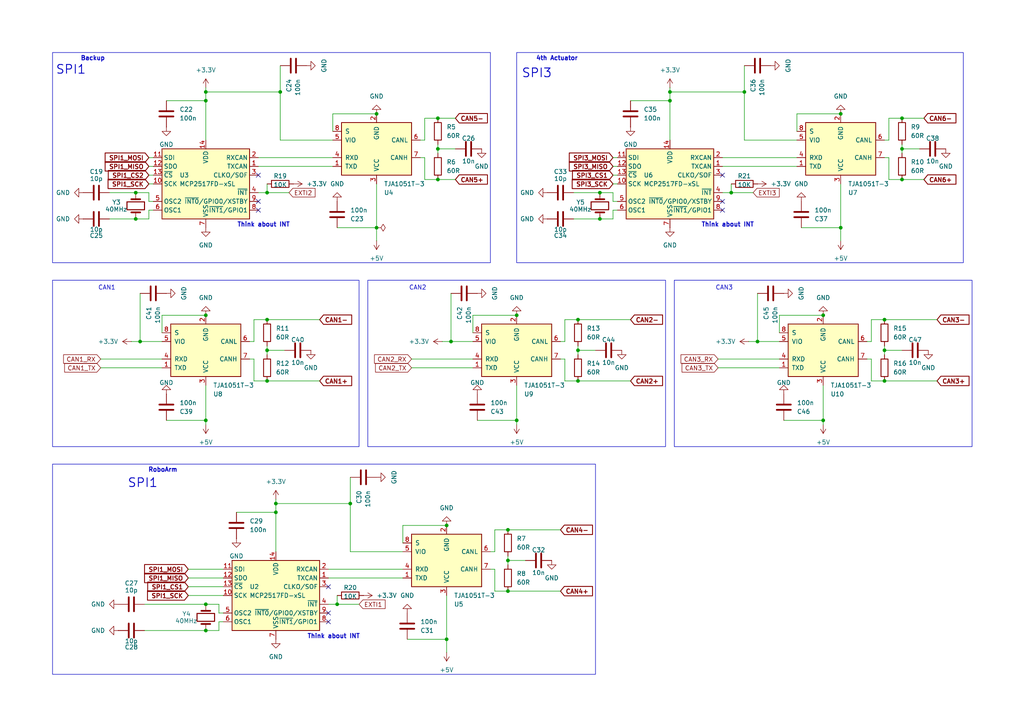
<source format=kicad_sch>
(kicad_sch (version 20250114) (generator "eeschema") (generator_version "9.0")
  (paper "A4")
  (rectangle (start 195.58 81.28) (end 281.94 129.54))
  (rectangle (start 15.24 81.28) (end 104.14 129.54))
  (rectangle (start 15.24 134.62) (end 172.72 195.58))
  (rectangle (start 149.86 15.24) (end 279.4 76.2))
  (rectangle (start 106.68 81.28) (end 193.04 129.54))
  (rectangle (start 15.24 15.24) (end 142.24 76.2))
  (text "SPI1\n" (at 20.574 20.32 0) (effects (font (size 2.54 2.54) (thickness 0.254) (bold yes))))
  (text "Think about INT" (at 76.454 65.278 0) (effects (font (size 1.27 1.27) (thickness 0.254) (bold yes))))
  (text "Think about INT" (at 96.774 184.658 0) (effects (font (size 1.27 1.27) (thickness 0.254) (bold yes))))
  (text "Backup" (at 26.924 17.018 0) (effects (font (size 1.27 1.27) (thickness 0.254) (bold yes))))
  (text "SPI1\n" (at 41.402 140.208 0) (effects (font (size 2.54 2.54) (thickness 0.254) (bold yes))))
  (text "SPI3" (at 155.702 21.336 0) (effects (font (size 2.54 2.54) (thickness 0.254) (bold yes))))
  (text "4th Actuator" (at 161.544 17.018 0) (effects (font (size 1.27 1.27) (thickness 0.254) (bold yes))))
  (text "CAN3" (at 210.058 83.566 0) (effects (font (size 1.27 1.27))))
  (text "Think about INT" (at 211.074 65.278 0) (effects (font (size 1.27 1.27) (thickness 0.254) (bold yes))))
  (text "RoboArm" (at 47.244 136.398 0) (effects (font (size 1.27 1.27) (thickness 0.254) (bold yes))))
  (text "CAN1" (at 30.988 83.566 0) (effects (font (size 1.27 1.27))))
  (text "CAN2" (at 121.158 83.566 0) (effects (font (size 1.27 1.27))))
  (junction (at 130.81 99.06))
  (junction (at 149.86 91.44))
  (junction (at 77.47 55.88))
  (junction (at 80.01 146.05))
  (junction (at 243.84 66.04))
  (junction (at 149.86 121.92))
  (junction (at 261.62 34.29))
  (junction (at 173.99 55.88))
  (junction (at 77.47 110.49))
  (junction (at 127 34.29))
  (junction (at 238.76 121.92))
  (junction (at 167.64 92.71))
  (junction (at 59.69 29.21))
  (junction (at 212.09 55.88))
  (junction (at 147.32 162.56))
  (junction (at 147.32 153.67))
  (junction (at 238.76 91.44))
  (junction (at 173.99 63.5))
  (junction (at 147.32 171.45))
  (junction (at 194.31 29.21))
  (junction (at 59.69 182.88))
  (junction (at 256.54 101.6))
  (junction (at 59.69 175.26))
  (junction (at 256.54 92.71))
  (junction (at 194.31 26.67))
  (junction (at 39.37 55.88))
  (junction (at 167.64 101.6))
  (junction (at 261.62 52.07))
  (junction (at 59.69 121.92))
  (junction (at 109.22 66.04))
  (junction (at 81.28 26.67))
  (junction (at 77.47 92.71))
  (junction (at 243.84 33.02))
  (junction (at 256.54 110.49))
  (junction (at 59.69 91.44))
  (junction (at 77.47 101.6))
  (junction (at 97.79 175.26))
  (junction (at 80.01 148.59))
  (junction (at 127 43.18))
  (junction (at 261.62 43.18))
  (junction (at 129.54 185.42))
  (junction (at 219.71 99.06))
  (junction (at 40.64 99.06))
  (junction (at 101.6 146.05))
  (junction (at 127 52.07))
  (junction (at 167.64 110.49))
  (junction (at 39.37 63.5))
  (junction (at 129.54 152.4))
  (junction (at 109.22 33.02))
  (junction (at 59.69 26.67))
  (junction (at 215.9 26.67))
  (no_connect (at 95.25 180.34))
  (no_connect (at 209.55 60.96))
  (no_connect (at 95.25 170.18))
  (no_connect (at 74.93 50.8))
  (no_connect (at 209.55 50.8))
  (no_connect (at 74.93 58.42))
  (no_connect (at 74.93 60.96))
  (no_connect (at 209.55 58.42))
  (no_connect (at 95.25 177.8))
  (wire (pts (xy 80.01 146.05) (xy 101.6 146.05)))
  (wire (pts (xy 219.71 85.09) (xy 219.71 99.06)))
  (wire (pts (xy 119.38 104.14) (xy 137.16 104.14)))
  (wire (pts (xy 149.86 123.19) (xy 149.86 121.92)))
  (wire (pts (xy 167.64 110.49) (xy 182.88 110.49)))
  (wire (pts (xy 138.43 121.92) (xy 149.86 121.92)))
  (wire (pts (xy 243.84 69.85) (xy 243.84 66.04)))
  (wire (pts (xy 59.69 175.26) (xy 63.5 175.26)))
  (wire (pts (xy 74.93 48.26) (xy 96.52 48.26)))
  (wire (pts (xy 123.19 34.29) (xy 127 34.29)))
  (wire (pts (xy 77.47 101.6) (xy 82.55 101.6)))
  (wire (pts (xy 101.6 160.02) (xy 116.84 160.02)))
  (wire (pts (xy 73.66 99.06) (xy 73.66 92.71)))
  (wire (pts (xy 31.75 63.5) (xy 39.37 63.5)))
  (wire (pts (xy 163.83 104.14) (xy 163.83 110.49)))
  (wire (pts (xy 121.92 45.72) (xy 123.19 45.72)))
  (wire (pts (xy 194.31 26.67) (xy 215.9 26.67)))
  (wire (pts (xy 127 43.18) (xy 132.08 43.18)))
  (wire (pts (xy 101.6 146.05) (xy 101.6 160.02)))
  (wire (pts (xy 59.69 29.21) (xy 59.69 40.64)))
  (wire (pts (xy 137.16 91.44) (xy 149.86 91.44)))
  (wire (pts (xy 147.32 162.56) (xy 147.32 163.83)))
  (wire (pts (xy 252.73 110.49) (xy 256.54 110.49)))
  (wire (pts (xy 226.06 91.44) (xy 238.76 91.44)))
  (wire (pts (xy 59.69 26.67) (xy 59.69 29.21)))
  (wire (pts (xy 109.22 66.04) (xy 109.22 53.34)))
  (wire (pts (xy 80.01 144.78) (xy 80.01 146.05)))
  (wire (pts (xy 116.84 157.48) (xy 116.84 152.4)))
  (wire (pts (xy 257.81 40.64) (xy 257.81 34.29)))
  (wire (pts (xy 54.61 167.64) (xy 64.77 167.64)))
  (wire (pts (xy 39.37 63.5) (xy 43.18 63.5)))
  (wire (pts (xy 48.26 29.21) (xy 59.69 29.21)))
  (wire (pts (xy 48.26 121.92) (xy 59.69 121.92)))
  (wire (pts (xy 163.83 99.06) (xy 163.83 92.71)))
  (wire (pts (xy 95.25 175.26) (xy 97.79 175.26)))
  (wire (pts (xy 166.37 55.88) (xy 173.99 55.88)))
  (wire (pts (xy 72.39 99.06) (xy 73.66 99.06)))
  (wire (pts (xy 68.58 148.59) (xy 80.01 148.59)))
  (wire (pts (xy 256.54 92.71) (xy 271.78 92.71)))
  (wire (pts (xy 41.91 182.88) (xy 59.69 182.88)))
  (wire (pts (xy 116.84 152.4) (xy 129.54 152.4)))
  (wire (pts (xy 209.55 55.88) (xy 212.09 55.88)))
  (wire (pts (xy 173.99 55.88) (xy 177.8 55.88)))
  (wire (pts (xy 129.54 189.23) (xy 129.54 185.42)))
  (wire (pts (xy 96.52 38.1) (xy 96.52 33.02)))
  (wire (pts (xy 59.69 182.88) (xy 63.5 182.88)))
  (wire (pts (xy 167.64 101.6) (xy 167.64 102.87)))
  (wire (pts (xy 95.25 167.64) (xy 116.84 167.64)))
  (wire (pts (xy 59.69 26.67) (xy 81.28 26.67)))
  (wire (pts (xy 127 34.29) (xy 132.08 34.29)))
  (wire (pts (xy 143.51 160.02) (xy 143.51 153.67)))
  (wire (pts (xy 232.41 66.04) (xy 243.84 66.04)))
  (wire (pts (xy 215.9 26.67) (xy 215.9 40.64)))
  (wire (pts (xy 54.61 165.1) (xy 64.77 165.1)))
  (wire (pts (xy 59.69 111.76) (xy 59.69 121.92)))
  (wire (pts (xy 257.81 45.72) (xy 257.81 52.07)))
  (wire (pts (xy 143.51 165.1) (xy 143.51 171.45)))
  (wire (pts (xy 41.91 175.26) (xy 59.69 175.26)))
  (wire (pts (xy 261.62 41.91) (xy 261.62 43.18)))
  (wire (pts (xy 121.92 40.64) (xy 123.19 40.64)))
  (wire (pts (xy 162.56 104.14) (xy 163.83 104.14)))
  (wire (pts (xy 209.55 48.26) (xy 231.14 48.26)))
  (wire (pts (xy 257.81 34.29) (xy 261.62 34.29)))
  (wire (pts (xy 29.21 104.14) (xy 46.99 104.14)))
  (wire (pts (xy 59.69 25.4) (xy 59.69 26.67)))
  (wire (pts (xy 77.47 110.49) (xy 92.71 110.49)))
  (wire (pts (xy 77.47 100.33) (xy 77.47 101.6)))
  (wire (pts (xy 43.18 48.26) (xy 44.45 48.26)))
  (wire (pts (xy 127 52.07) (xy 132.08 52.07)))
  (wire (pts (xy 256.54 100.33) (xy 256.54 101.6)))
  (wire (pts (xy 64.77 180.34) (xy 63.5 180.34)))
  (wire (pts (xy 129.54 185.42) (xy 129.54 172.72)))
  (wire (pts (xy 143.51 153.67) (xy 147.32 153.67)))
  (wire (pts (xy 137.16 96.52) (xy 137.16 91.44)))
  (wire (pts (xy 217.17 99.06) (xy 219.71 99.06)))
  (wire (pts (xy 109.22 69.85) (xy 109.22 66.04)))
  (wire (pts (xy 256.54 101.6) (xy 256.54 102.87)))
  (wire (pts (xy 43.18 53.34) (xy 44.45 53.34)))
  (wire (pts (xy 162.56 99.06) (xy 163.83 99.06)))
  (wire (pts (xy 64.77 177.8) (xy 63.5 177.8)))
  (wire (pts (xy 38.1 99.06) (xy 40.64 99.06)))
  (wire (pts (xy 177.8 48.26) (xy 179.07 48.26)))
  (wire (pts (xy 142.24 160.02) (xy 143.51 160.02)))
  (wire (pts (xy 167.64 101.6) (xy 172.72 101.6)))
  (wire (pts (xy 118.11 185.42) (xy 129.54 185.42)))
  (wire (pts (xy 95.25 165.1) (xy 116.84 165.1)))
  (wire (pts (xy 163.83 110.49) (xy 167.64 110.49)))
  (wire (pts (xy 261.62 43.18) (xy 261.62 44.45)))
  (wire (pts (xy 208.28 104.14) (xy 226.06 104.14)))
  (wire (pts (xy 147.32 161.29) (xy 147.32 162.56)))
  (wire (pts (xy 46.99 91.44) (xy 59.69 91.44)))
  (wire (pts (xy 63.5 177.8) (xy 63.5 175.26)))
  (wire (pts (xy 77.47 101.6) (xy 77.47 102.87)))
  (wire (pts (xy 219.71 99.06) (xy 226.06 99.06)))
  (wire (pts (xy 97.79 172.72) (xy 97.79 175.26)))
  (wire (pts (xy 182.88 29.21) (xy 194.31 29.21)))
  (wire (pts (xy 123.19 52.07) (xy 127 52.07)))
  (wire (pts (xy 119.38 106.68) (xy 137.16 106.68)))
  (wire (pts (xy 40.64 85.09) (xy 40.64 99.06)))
  (wire (pts (xy 252.73 99.06) (xy 252.73 92.71)))
  (wire (pts (xy 256.54 110.49) (xy 271.78 110.49)))
  (wire (pts (xy 231.14 33.02) (xy 243.84 33.02)))
  (wire (pts (xy 238.76 111.76) (xy 238.76 121.92)))
  (wire (pts (xy 80.01 148.59) (xy 80.01 160.02)))
  (wire (pts (xy 179.07 60.96) (xy 177.8 60.96)))
  (wire (pts (xy 128.27 99.06) (xy 130.81 99.06)))
  (wire (pts (xy 40.64 99.06) (xy 46.99 99.06)))
  (wire (pts (xy 73.66 110.49) (xy 77.47 110.49)))
  (wire (pts (xy 173.99 63.5) (xy 177.8 63.5)))
  (wire (pts (xy 227.33 121.92) (xy 238.76 121.92)))
  (wire (pts (xy 208.28 106.68) (xy 226.06 106.68)))
  (wire (pts (xy 63.5 180.34) (xy 63.5 182.88)))
  (wire (pts (xy 194.31 29.21) (xy 194.31 40.64)))
  (wire (pts (xy 97.79 175.26) (xy 104.14 175.26)))
  (wire (pts (xy 243.84 66.04) (xy 243.84 53.34)))
  (wire (pts (xy 212.09 55.88) (xy 218.44 55.88)))
  (wire (pts (xy 77.47 55.88) (xy 83.82 55.88)))
  (wire (pts (xy 81.28 40.64) (xy 96.52 40.64)))
  (wire (pts (xy 163.83 92.71) (xy 167.64 92.71)))
  (wire (pts (xy 194.31 25.4) (xy 194.31 26.67)))
  (wire (pts (xy 43.18 45.72) (xy 44.45 45.72)))
  (wire (pts (xy 73.66 92.71) (xy 77.47 92.71)))
  (wire (pts (xy 149.86 111.76) (xy 149.86 121.92)))
  (wire (pts (xy 123.19 45.72) (xy 123.19 52.07)))
  (wire (pts (xy 97.79 66.04) (xy 109.22 66.04)))
  (wire (pts (xy 127 41.91) (xy 127 43.18)))
  (wire (pts (xy 166.37 63.5) (xy 173.99 63.5)))
  (wire (pts (xy 59.69 123.19) (xy 59.69 121.92)))
  (wire (pts (xy 177.8 50.8) (xy 179.07 50.8)))
  (wire (pts (xy 256.54 45.72) (xy 257.81 45.72)))
  (wire (pts (xy 123.19 40.64) (xy 123.19 34.29)))
  (wire (pts (xy 29.21 106.68) (xy 46.99 106.68)))
  (wire (pts (xy 226.06 96.52) (xy 226.06 91.44)))
  (wire (pts (xy 147.32 153.67) (xy 162.56 153.67)))
  (wire (pts (xy 167.64 100.33) (xy 167.64 101.6)))
  (wire (pts (xy 252.73 104.14) (xy 252.73 110.49)))
  (wire (pts (xy 179.07 58.42) (xy 177.8 58.42)))
  (wire (pts (xy 215.9 19.05) (xy 215.9 26.67)))
  (wire (pts (xy 177.8 53.34) (xy 179.07 53.34)))
  (wire (pts (xy 77.47 53.34) (xy 77.47 55.88)))
  (wire (pts (xy 39.37 55.88) (xy 43.18 55.88)))
  (wire (pts (xy 74.93 45.72) (xy 96.52 45.72)))
  (wire (pts (xy 96.52 33.02) (xy 109.22 33.02)))
  (wire (pts (xy 194.31 26.67) (xy 194.31 29.21)))
  (wire (pts (xy 177.8 45.72) (xy 179.07 45.72)))
  (wire (pts (xy 72.39 104.14) (xy 73.66 104.14)))
  (wire (pts (xy 215.9 40.64) (xy 231.14 40.64)))
  (wire (pts (xy 177.8 58.42) (xy 177.8 55.88)))
  (wire (pts (xy 54.61 170.18) (xy 64.77 170.18)))
  (wire (pts (xy 209.55 45.72) (xy 231.14 45.72)))
  (wire (pts (xy 147.32 171.45) (xy 162.56 171.45)))
  (wire (pts (xy 73.66 104.14) (xy 73.66 110.49)))
  (wire (pts (xy 77.47 92.71) (xy 92.71 92.71)))
  (wire (pts (xy 74.93 55.88) (xy 77.47 55.88)))
  (wire (pts (xy 44.45 60.96) (xy 43.18 60.96)))
  (wire (pts (xy 43.18 60.96) (xy 43.18 63.5)))
  (wire (pts (xy 44.45 58.42) (xy 43.18 58.42)))
  (wire (pts (xy 261.62 52.07) (xy 267.97 52.07)))
  (wire (pts (xy 261.62 34.29) (xy 267.97 34.29)))
  (wire (pts (xy 231.14 38.1) (xy 231.14 33.02)))
  (wire (pts (xy 256.54 101.6) (xy 261.62 101.6)))
  (wire (pts (xy 101.6 138.43) (xy 101.6 146.05)))
  (wire (pts (xy 252.73 92.71) (xy 256.54 92.71)))
  (wire (pts (xy 81.28 19.05) (xy 81.28 26.67)))
  (wire (pts (xy 238.76 123.19) (xy 238.76 121.92)))
  (wire (pts (xy 130.81 85.09) (xy 130.81 99.06)))
  (wire (pts (xy 81.28 26.67) (xy 81.28 40.64)))
  (wire (pts (xy 261.62 43.18) (xy 266.7 43.18)))
  (wire (pts (xy 257.81 52.07) (xy 261.62 52.07)))
  (wire (pts (xy 212.09 53.34) (xy 212.09 55.88)))
  (wire (pts (xy 127 43.18) (xy 127 44.45)))
  (wire (pts (xy 147.32 162.56) (xy 152.4 162.56)))
  (wire (pts (xy 54.61 172.72) (xy 64.77 172.72)))
  (wire (pts (xy 177.8 60.96) (xy 177.8 63.5)))
  (wire (pts (xy 251.46 104.14) (xy 252.73 104.14)))
  (wire (pts (xy 130.81 99.06) (xy 137.16 99.06)))
  (wire (pts (xy 43.18 58.42) (xy 43.18 55.88)))
  (wire (pts (xy 46.99 96.52) (xy 46.99 91.44)))
  (wire (pts (xy 142.24 165.1) (xy 143.51 165.1)))
  (wire (pts (xy 143.51 171.45) (xy 147.32 171.45)))
  (wire (pts (xy 80.01 146.05) (xy 80.01 148.59)))
  (wire (pts (xy 43.18 50.8) (xy 44.45 50.8)))
  (wire (pts (xy 251.46 99.06) (xy 252.73 99.06)))
  (wire (pts (xy 167.64 92.71) (xy 182.88 92.71)))
  (wire (pts (xy 256.54 40.64) (xy 257.81 40.64)))
  (wire (pts (xy 31.75 55.88) (xy 39.37 55.88)))
  (global_label "CAN1+" (shape input) (at 92.71 110.49 0) (effects (font (thickness 0.254) (bold yes))) (property "Intersheetrefs" "${INTERSHEET_REFS}" (effects (hide yes))))
  (global_label "SPI1_SCK" (shape input) (at 54.61 172.72 180) (effects (font (thickness 0.254) (bold yes))) (property "Intersheetrefs" "${INTERSHEET_REFS}" (effects (hide yes))))
  (global_label "SPI1_MOSI" (shape input) (at 54.61 165.1 180) (effects (font (thickness 0.254) (bold yes))) (property "Intersheetrefs" "${INTERSHEET_REFS}" (effects (hide yes))))
  (global_label "SPI3_CS1" (shape input) (at 177.8 50.8 180) (effects (font (thickness 0.254) (bold yes))) (property "Intersheetrefs" "${INTERSHEET_REFS}" (effects (hide yes))))
  (global_label "CAN1_TX" (shape input) (at 29.21 106.68 180) (property "Intersheetrefs" "${INTERSHEET_REFS}" (effects (hide yes))))
  (global_label "CAN3_RX" (shape input) (at 208.28 104.14 180) (property "Intersheetrefs" "${INTERSHEET_REFS}" (effects (hide yes))))
  (global_label "SPI1_CS2" (shape input) (at 43.18 50.8 180) (effects (font (thickness 0.254) (bold yes))) (property "Intersheetrefs" "${INTERSHEET_REFS}" (effects (hide yes))))
  (global_label "EXTI1" (shape input) (at 104.14 175.26 0) (property "Intersheetrefs" "${INTERSHEET_REFS}" (effects (hide yes))))
  (global_label "SPI3_SCK" (shape input) (at 177.8 53.34 180) (effects (font (thickness 0.254) (bold yes))) (property "Intersheetrefs" "${INTERSHEET_REFS}" (effects (hide yes))))
  (global_label "CAN5-" (shape input) (at 132.08 34.29 0) (effects (font (thickness 0.254) (bold yes))) (property "Intersheetrefs" "${INTERSHEET_REFS}" (effects (hide yes))))
  (global_label "CAN2+" (shape input) (at 182.88 110.49 0) (effects (font (thickness 0.254) (bold yes))) (property "Intersheetrefs" "${INTERSHEET_REFS}" (effects (hide yes))))
  (global_label "EXTI3" (shape input) (at 218.44 55.88 0) (property "Intersheetrefs" "${INTERSHEET_REFS}" (effects (hide yes))))
  (global_label "CAN3_TX" (shape input) (at 208.28 106.68 180) (property "Intersheetrefs" "${INTERSHEET_REFS}" (effects (hide yes))))
  (global_label "EXTI2" (shape input) (at 83.82 55.88 0) (property "Intersheetrefs" "${INTERSHEET_REFS}" (effects (hide yes))))
  (global_label "CAN2-" (shape input) (at 182.88 92.71 0) (effects (font (thickness 0.254) (bold yes))) (property "Intersheetrefs" "${INTERSHEET_REFS}" (effects (hide yes))))
  (global_label "CAN3-" (shape input) (at 271.78 92.71 0) (effects (font (thickness 0.254) (bold yes))) (property "Intersheetrefs" "${INTERSHEET_REFS}" (effects (hide yes))))
  (global_label "CAN5+" (shape input) (at 132.08 52.07 0) (effects (font (thickness 0.254) (bold yes))) (property "Intersheetrefs" "${INTERSHEET_REFS}" (effects (hide yes))))
  (global_label "CAN4+" (shape input) (at 162.56 171.45 0) (effects (font (thickness 0.254) (bold yes))) (property "Intersheetrefs" "${INTERSHEET_REFS}" (effects (hide yes))))
  (global_label "CAN1-" (shape input) (at 92.71 92.71 0) (effects (font (thickness 0.254) (bold yes))) (property "Intersheetrefs" "${INTERSHEET_REFS}" (effects (hide yes))))
  (global_label "CAN1_RX" (shape input) (at 29.21 104.14 180) (property "Intersheetrefs" "${INTERSHEET_REFS}" (effects (hide yes))))
  (global_label "CAN3+" (shape input) (at 271.78 110.49 0) (effects (font (thickness 0.254) (bold yes))) (property "Intersheetrefs" "${INTERSHEET_REFS}" (effects (hide yes))))
  (global_label "CAN4-" (shape input) (at 162.56 153.67 0) (effects (font (thickness 0.254) (bold yes))) (property "Intersheetrefs" "${INTERSHEET_REFS}" (effects (hide yes))))
  (global_label "SPI3_MOSI" (shape input) (at 177.8 45.72 180) (effects (font (thickness 0.254) (bold yes))) (property "Intersheetrefs" "${INTERSHEET_REFS}" (effects (hide yes))))
  (global_label "SPI3_MISO" (shape input) (at 177.8 48.26 180) (effects (font (thickness 0.254) (bold yes))) (property "Intersheetrefs" "${INTERSHEET_REFS}" (effects (hide yes))))
  (global_label "CAN2_TX" (shape input) (at 119.38 106.68 180) (property "Intersheetrefs" "${INTERSHEET_REFS}" (effects (hide yes))))
  (global_label "SPI1_MOSI" (shape input) (at 43.18 45.72 180) (effects (font (thickness 0.254) (bold yes))) (property "Intersheetrefs" "${INTERSHEET_REFS}" (effects (hide yes))))
  (global_label "CAN6-" (shape input) (at 267.97 34.29 0) (effects (font (thickness 0.254) (bold yes))) (property "Intersheetrefs" "${INTERSHEET_REFS}" (effects (hide yes))))
  (global_label "SPI1_CS1" (shape input) (at 54.61 170.18 180) (effects (font (thickness 0.254) (bold yes))) (property "Intersheetrefs" "${INTERSHEET_REFS}" (effects (hide yes))))
  (global_label "CAN2_RX" (shape input) (at 119.38 104.14 180) (property "Intersheetrefs" "${INTERSHEET_REFS}" (effects (hide yes))))
  (global_label "SPI1_SCK" (shape input) (at 43.18 53.34 180) (effects (font (thickness 0.254) (bold yes))) (property "Intersheetrefs" "${INTERSHEET_REFS}" (effects (hide yes))))
  (global_label "SPI1_MISO" (shape input) (at 54.61 167.64 180) (effects (font (thickness 0.254) (bold yes))) (property "Intersheetrefs" "${INTERSHEET_REFS}" (effects (hide yes))))
  (global_label "CAN6+" (shape input) (at 267.97 52.07 0) (effects (font (thickness 0.254) (bold yes))) (property "Intersheetrefs" "${INTERSHEET_REFS}" (effects (hide yes))))
  (global_label "SPI1_MISO" (shape input) (at 43.18 48.26 180) (effects (font (thickness 0.254) (bold yes))) (property "Intersheetrefs" "${INTERSHEET_REFS}" (effects (hide yes))))
  (symbol (lib_id "power:GND") (at 24.13 55.88 270) (unit 1)
    (property "Reference" "#PWR026" (effects (hide yes)))
    (property "Value" "GND" (at 20.32 55.8799 90) (effects (justify right)))
    (property "Description" "Power symbol creates a global label with name \"GND\" , ground" (effects (hide yes)))
  )
  (symbol (lib_id "power:GND") (at 59.69 66.04 0) (unit 1)
    (property "Reference" "#PWR028" (effects (hide yes)))
    (property "Value" "GND" (at 59.69 71.12 0))
    (property "Description" "Power symbol creates a global label with name \"GND\" , ground" (effects (hide yes)))
  )
  (symbol (lib_id "power:GND") (at 24.13 63.5 270) (unit 1)
    (property "Reference" "#PWR029" (effects (hide yes)))
    (property "Value" "GND" (at 20.32 63.4999 90) (effects (justify right)))
    (property "Description" "Power symbol creates a global label with name \"GND\" , ground" (effects (hide yes)))
  )
  (symbol (lib_id "power:GND") (at 34.29 182.88 270) (unit 1)
    (property "Reference" "#PWR032" (effects (hide yes)))
    (property "Value" "GND" (at 30.48 182.8799 90) (effects (justify right)))
    (property "Description" "Power symbol creates a global label with name \"GND\" , ground" (effects (hide yes)))
  )
  (symbol (lib_id "Device:C") (at 48.26 118.11 0) (mirror x) (unit 1)
    (property "Reference" "C39" (at 52.07 119.3801 0) (effects (justify left)))
    (property "Value" "100n" (at 52.07 116.8401 0) (effects (justify left)))
    (property "Footprint" "Capacitor_SMD:C_0402_1005Metric" (effects (hide yes)))
    (property "Description" "Unpolarized capacitor" (effects (hide yes)))
    (property "Distributor Link" "https://www.mouser.in/ProductDetail/KYOCERA-AVX/0402ZC104MAT2A?qs=O2%2FeDh0sX9yquObVEU6Iwg%3D%3D&srsltid=AfmBOooupKVTrizXOY7MewRm67dDK14oDr_2HKeP4nHc5LyhKjicP7ah" (effects (hide yes)))
    (property "Manufacturer" "KYOCERA AVX" (effects (hide yes)))
    (property "Manufacturer Part Number" "0402ZC104MAT2A" (effects (hide yes)))
  )
  (symbol (lib_id "power:GND") (at 68.58 156.21 0) (unit 1)
    (property "Reference" "#PWR033" (effects (hide yes)))
    (property "Value" "GND" (at 68.58 161.29 0))
    (property "Description" "Power symbol creates a global label with name \"GND\" , ground" (effects (hide yes)))
  )
  (symbol (lib_id "Device:R") (at 127 38.1 0) (unit 1)
    (property "Reference" "R5" (at 129.54 36.8299 0) (effects (justify left)))
    (property "Value" "60R" (at 129.54 39.3699 0) (effects (justify left)))
    (property "Footprint" "Resistor_SMD:R_0402_1005Metric" (effects (hide yes)))
    (property "Description" "Resistor" (effects (hide yes)))
  )
  (symbol (lib_id "Interface_CAN_LIN:TJA1051T-3") (at 149.86 101.6 0) (mirror x) (unit 1)
    (property "Reference" "U9" (at 152.0033 114.3 0) (effects (justify left)))
    (property "Value" "TJA1051T-3" (at 152.0033 111.76 0) (effects (justify left)))
    (property "Footprint" "Package_SO:SOIC-8_3.9x4.9mm_P1.27mm" (effects (hide yes)))
    (property "Datasheet" "http://www.nxp.com/docs/en/data-sheet/TJA1051.pdf" (effects (hide yes)))
    (property "Description" "High-Speed CAN Transceiver, separate VIO, silent mode, SOIC-8" (effects (hide yes)))
  )
  (symbol (lib_id "Device:C") (at 265.43 101.6 90) (unit 1)
    (property "Reference" "C47" (at 265.43 98.552 90))
    (property "Value" "10n" (at 265.43 105.156 90))
    (property "Footprint" "Capacitor_SMD:C_0402_1005Metric" (effects (hide yes)))
    (property "Description" "Unpolarized capacitor" (effects (hide yes)))
  )
  (symbol (lib_id "power:+3.3V") (at 219.71 53.34 270) (unit 1)
    (property "Reference" "#PWR092" (effects (hide yes)))
    (property "Value" "+3.3V" (at 223.52 53.3399 90) (effects (justify left)))
    (property "Description" "Power symbol creates a global label with name \"+3.3V\"" (effects (hide yes)))
  )
  (symbol (lib_id "power:GND") (at 90.17 101.6 0) (mirror y) (unit 1)
    (property "Reference" "#PWR074" (effects (hide yes)))
    (property "Value" "GND" (at 90.17 106.68 0))
    (property "Description" "Power symbol creates a global label with name \"GND\" , ground" (effects (hide yes)))
  )
  (symbol (lib_id "power:GND") (at 227.33 114.3 0) (mirror x) (unit 1)
    (property "Reference" "#PWR059" (effects (hide yes)))
    (property "Value" "GND" (at 227.33 110.998 0))
    (property "Description" "Power symbol creates a global label with name \"GND\" , ground" (effects (hide yes)))
  )
  (symbol (lib_id "power:GND") (at 223.52 19.05 90) (mirror x) (unit 1)
    (property "Reference" "#PWR046" (effects (hide yes)))
    (property "Value" "GND" (at 228.6 19.05 0))
    (property "Description" "Power symbol creates a global label with name \"GND\" , ground" (effects (hide yes)))
  )
  (symbol (lib_id "power:GND") (at 59.69 91.44 0) (mirror x) (unit 1)
    (property "Reference" "#PWR072" (effects (hide yes)))
    (property "Value" "GND" (at 59.69 86.36 0))
    (property "Description" "Power symbol creates a global label with name \"GND\" , ground" (effects (hide yes)))
  )
  (symbol (lib_id "Device:R") (at 77.47 106.68 0) (unit 1)
    (property "Reference" "R12" (at 80.01 105.4099 0) (effects (justify left)))
    (property "Value" "60R" (at 80.01 107.9499 0) (effects (justify left)))
    (property "Footprint" "Resistor_SMD:R_0402_1005Metric" (effects (hide yes)))
    (property "Description" "Resistor" (effects (hide yes)))
  )
  (symbol (lib_id "Interface_CAN_LIN:TJA1051T-3") (at 109.22 43.18 0) (mirror x) (unit 1)
    (property "Reference" "U4" (at 111.3633 55.88 0) (effects (justify left)))
    (property "Value" "TJA1051T-3" (at 111.3633 53.34 0) (effects (justify left)))
    (property "Footprint" "Package_SO:SOIC-8_3.9x4.9mm_P1.27mm" (effects (hide yes)))
    (property "Datasheet" "http://www.nxp.com/docs/en/data-sheet/TJA1051.pdf" (effects (hide yes)))
    (property "Description" "High-Speed CAN Transceiver, separate VIO, silent mode, SOIC-8" (effects (hide yes)))
  )
  (symbol (lib_id "power:+3.3V") (at 105.41 172.72 270) (unit 1)
    (property "Reference" "#PWR091" (effects (hide yes)))
    (property "Value" "+3.3V" (at 109.22 172.7199 90) (effects (justify left)))
    (property "Description" "Power symbol creates a global label with name \"+3.3V\"" (effects (hide yes)))
  )
  (symbol (lib_id "power:GND") (at 109.22 138.43 90) (mirror x) (unit 1)
    (property "Reference" "#PWR036" (effects (hide yes)))
    (property "Value" "GND" (at 114.3 138.43 0))
    (property "Description" "Power symbol creates a global label with name \"GND\" , ground" (effects (hide yes)))
  )
  (symbol (lib_id "Device:C") (at 223.52 85.09 90) (mirror x) (unit 1)
    (property "Reference" "C45" (at 222.2499 88.9 0) (effects (justify left)))
    (property "Value" "100n" (at 224.7899 88.9 0) (effects (justify left)))
    (property "Footprint" "Capacitor_SMD:C_0402_1005Metric" (effects (hide yes)))
    (property "Description" "Unpolarized capacitor" (effects (hide yes)))
    (property "Distributor Link" "https://www.mouser.in/ProductDetail/KYOCERA-AVX/0402ZC104MAT2A?qs=O2%2FeDh0sX9yquObVEU6Iwg%3D%3D&srsltid=AfmBOooupKVTrizXOY7MewRm67dDK14oDr_2HKeP4nHc5LyhKjicP7ah" (effects (hide yes)))
    (property "Manufacturer" "KYOCERA AVX" (effects (hide yes)))
    (property "Manufacturer Part Number" "0402ZC104MAT2A" (effects (hide yes)))
  )
  (symbol (lib_id "power:GND") (at 160.02 162.56 0) (mirror y) (unit 1)
    (property "Reference" "#PWR040" (effects (hide yes)))
    (property "Value" "GND" (at 160.02 167.64 0))
    (property "Description" "Power symbol creates a global label with name \"GND\" , ground" (effects (hide yes)))
  )
  (symbol (lib_id "power:GND") (at 48.26 36.83 0) (unit 1)
    (property "Reference" "#PWR023" (effects (hide yes)))
    (property "Value" "GND" (at 48.26 41.91 0))
    (property "Description" "Power symbol creates a global label with name \"GND\" , ground" (effects (hide yes)))
  )
  (symbol (lib_id "Device:R") (at 167.64 106.68 0) (unit 1)
    (property "Reference" "R14" (at 170.18 105.4099 0) (effects (justify left)))
    (property "Value" "60R" (at 170.18 107.9499 0) (effects (justify left)))
    (property "Footprint" "Resistor_SMD:R_0402_1005Metric" (effects (hide yes)))
    (property "Description" "Resistor" (effects (hide yes)))
  )
  (symbol (lib_id "Device:C") (at 135.89 43.18 90) (unit 1)
    (property "Reference" "C26" (at 135.89 40.132 90))
    (property "Value" "10n" (at 135.89 46.736 90))
    (property "Footprint" "Capacitor_SMD:C_0402_1005Metric" (effects (hide yes)))
    (property "Description" "Unpolarized capacitor" (effects (hide yes)))
  )
  (symbol (lib_id "power:+3.3V") (at 194.31 25.4 0) (unit 1)
    (property "Reference" "#PWR044" (effects (hide yes)))
    (property "Value" "+3.3V" (at 194.31 20.32 0))
    (property "Description" "Power symbol creates a global label with name \"+3.3V\"" (effects (hide yes)))
  )
  (symbol (lib_id "power:+5V") (at 243.84 69.85 0) (mirror x) (unit 1)
    (property "Reference" "#PWR049" (effects (hide yes)))
    (property "Value" "+5V" (at 243.84 74.93 0))
    (property "Description" "Power symbol creates a global label with name \"+5V\"" (effects (hide yes)))
  )
  (symbol (lib_id "Device:R") (at 261.62 38.1 0) (unit 1)
    (property "Reference" "R9" (at 264.16 36.8299 0) (effects (justify left)))
    (property "Value" "60R" (at 264.16 39.3699 0) (effects (justify left)))
    (property "Footprint" "Resistor_SMD:R_0402_1005Metric" (effects (hide yes)))
    (property "Description" "Resistor" (effects (hide yes)))
  )
  (symbol (lib_id "power:GND") (at 80.01 185.42 0) (unit 1)
    (property "Reference" "#PWR035" (effects (hide yes)))
    (property "Value" "GND" (at 80.01 190.5 0))
    (property "Description" "Power symbol creates a global label with name \"GND\" , ground" (effects (hide yes)))
  )
  (symbol (lib_id "Interface_CAN_LIN:TJA1051T-3") (at 129.54 162.56 0) (mirror x) (unit 1)
    (property "Reference" "U5" (at 131.6833 175.26 0) (effects (justify left)))
    (property "Value" "TJA1051T-3" (at 131.6833 172.72 0) (effects (justify left)))
    (property "Footprint" "Package_SO:SOIC-8_3.9x4.9mm_P1.27mm" (effects (hide yes)))
    (property "Datasheet" "http://www.nxp.com/docs/en/data-sheet/TJA1051.pdf" (effects (hide yes)))
    (property "Description" "High-Speed CAN Transceiver, separate VIO, silent mode, SOIC-8" (effects (hide yes)))
  )
  (symbol (lib_id "power:GND") (at 180.34 101.6 0) (mirror y) (unit 1)
    (property "Reference" "#PWR082" (effects (hide yes)))
    (property "Value" "GND" (at 180.34 106.68 0))
    (property "Description" "Power symbol creates a global label with name \"GND\" , ground" (effects (hide yes)))
  )
  (symbol (lib_id "Device:C") (at 270.51 43.18 90) (unit 1)
    (property "Reference" "C38" (at 270.51 40.132 90))
    (property "Value" "10n" (at 270.51 46.736 90))
    (property "Footprint" "Capacitor_SMD:C_0402_1005Metric" (effects (hide yes)))
    (property "Description" "Unpolarized capacitor" (effects (hide yes)))
  )
  (symbol (lib_id "Device:R") (at 167.64 96.52 0) (unit 1)
    (property "Reference" "R13" (at 170.18 95.2499 0) (effects (justify left)))
    (property "Value" "60R" (at 170.18 97.7899 0) (effects (justify left)))
    (property "Footprint" "Resistor_SMD:R_0402_1005Metric" (effects (hide yes)))
    (property "Description" "Resistor" (effects (hide yes)))
  )
  (symbol (lib_id "Device:C") (at 232.41 62.23 0) (mirror x) (unit 1)
    (property "Reference" "C37" (at 236.22 63.5001 0) (effects (justify left)))
    (property "Value" "100n" (at 236.22 60.9601 0) (effects (justify left)))
    (property "Footprint" "Capacitor_SMD:C_0402_1005Metric" (effects (hide yes)))
    (property "Description" "Unpolarized capacitor" (effects (hide yes)))
    (property "Distributor Link" "https://www.mouser.in/ProductDetail/KYOCERA-AVX/0402ZC104MAT2A?qs=O2%2FeDh0sX9yquObVEU6Iwg%3D%3D&srsltid=AfmBOooupKVTrizXOY7MewRm67dDK14oDr_2HKeP4nHc5LyhKjicP7ah" (effects (hide yes)))
    (property "Manufacturer" "KYOCERA AVX" (effects (hide yes)))
    (property "Manufacturer Part Number" "0402ZC104MAT2A" (effects (hide yes)))
  )
  (symbol (lib_id "Device:R") (at 261.62 48.26 0) (unit 1)
    (property "Reference" "R10" (at 264.16 46.9899 0) (effects (justify left)))
    (property "Value" "60R" (at 264.16 49.5299 0) (effects (justify left)))
    (property "Footprint" "Resistor_SMD:R_0402_1005Metric" (effects (hide yes)))
    (property "Description" "Resistor" (effects (hide yes)))
  )
  (symbol (lib_id "Interface_CAN_LIN:TJA1051T-3") (at 238.76 101.6 0) (mirror x) (unit 1)
    (property "Reference" "U10" (at 240.9033 114.3 0) (effects (justify left)))
    (property "Value" "TJA1051T-3" (at 240.9033 111.76 0) (effects (justify left)))
    (property "Footprint" "Package_SO:SOIC-8_3.9x4.9mm_P1.27mm" (effects (hide yes)))
    (property "Datasheet" "http://www.nxp.com/docs/en/data-sheet/TJA1051.pdf" (effects (hide yes)))
    (property "Description" "High-Speed CAN Transceiver, separate VIO, silent mode, SOIC-8" (effects (hide yes)))
  )
  (symbol (lib_id "Device:C") (at 38.1 182.88 90) (unit 1)
    (property "Reference" "C28" (at 38.1 187.706 90))
    (property "Value" "10p" (at 38.1 185.928 90))
    (property "Footprint" "Capacitor_SMD:C_0402_1005Metric" (effects (hide yes)))
    (property "Description" "Unpolarized capacitor" (effects (hide yes)))
  )
  (symbol (lib_id "Device:C") (at 227.33 118.11 0) (mirror x) (unit 1)
    (property "Reference" "C46" (at 231.14 119.3801 0) (effects (justify left)))
    (property "Value" "100n" (at 231.14 116.8401 0) (effects (justify left)))
    (property "Footprint" "Capacitor_SMD:C_0402_1005Metric" (effects (hide yes)))
    (property "Description" "Unpolarized capacitor" (effects (hide yes)))
    (property "Distributor Link" "https://www.mouser.in/ProductDetail/KYOCERA-AVX/0402ZC104MAT2A?qs=O2%2FeDh0sX9yquObVEU6Iwg%3D%3D&srsltid=AfmBOooupKVTrizXOY7MewRm67dDK14oDr_2HKeP4nHc5LyhKjicP7ah" (effects (hide yes)))
    (property "Manufacturer" "KYOCERA AVX" (effects (hide yes)))
    (property "Manufacturer Part Number" "0402ZC104MAT2A" (effects (hide yes)))
  )
  (symbol (lib_id "Device:C") (at 176.53 101.6 90) (unit 1)
    (property "Reference" "C44" (at 176.53 98.552 90))
    (property "Value" "10n" (at 176.53 105.156 90))
    (property "Footprint" "Capacitor_SMD:C_0402_1005Metric" (effects (hide yes)))
    (property "Description" "Unpolarized capacitor" (effects (hide yes)))
  )
  (symbol (lib_id "Device:R") (at 256.54 106.68 0) (unit 1)
    (property "Reference" "R16" (at 259.08 105.4099 0) (effects (justify left)))
    (property "Value" "60R" (at 259.08 107.9499 0) (effects (justify left)))
    (property "Footprint" "Resistor_SMD:R_0402_1005Metric" (effects (hide yes)))
    (property "Description" "Resistor" (effects (hide yes)))
  )
  (symbol (lib_id "power:+5V") (at 109.22 69.85 0) (mirror x) (unit 1)
    (property "Reference" "#PWR022" (effects (hide yes)))
    (property "Value" "+5V" (at 109.22 74.93 0))
    (property "Description" "Power symbol creates a global label with name \"+5V\"" (effects (hide yes)))
  )
  (symbol (lib_id "power:GND") (at 274.32 43.18 0) (mirror y) (unit 1)
    (property "Reference" "#PWR050" (effects (hide yes)))
    (property "Value" "GND" (at 274.32 48.26 0))
    (property "Description" "Power symbol creates a global label with name \"GND\" , ground" (effects (hide yes)))
  )
  (symbol (lib_id "Device:C") (at 118.11 181.61 0) (mirror x) (unit 1)
    (property "Reference" "C31" (at 121.92 182.8801 0) (effects (justify left)))
    (property "Value" "100n" (at 121.92 180.3401 0) (effects (justify left)))
    (property "Footprint" "Capacitor_SMD:C_0402_1005Metric" (effects (hide yes)))
    (property "Description" "Unpolarized capacitor" (effects (hide yes)))
    (property "Distributor Link" "https://www.mouser.in/ProductDetail/KYOCERA-AVX/0402ZC104MAT2A?qs=O2%2FeDh0sX9yquObVEU6Iwg%3D%3D&srsltid=AfmBOooupKVTrizXOY7MewRm67dDK14oDr_2HKeP4nHc5LyhKjicP7ah" (effects (hide yes)))
    (property "Manufacturer" "KYOCERA AVX" (effects (hide yes)))
    (property "Manufacturer Part Number" "0402ZC104MAT2A" (effects (hide yes)))
  )
  (symbol (lib_id "Device:C") (at 44.45 85.09 90) (mirror x) (unit 1)
    (property "Reference" "C41" (at 43.1799 88.9 0) (effects (justify left)))
    (property "Value" "100n" (at 45.7199 88.9 0) (effects (justify left)))
    (property "Footprint" "Capacitor_SMD:C_0402_1005Metric" (effects (hide yes)))
    (property "Description" "Unpolarized capacitor" (effects (hide yes)))
    (property "Distributor Link" "https://www.mouser.in/ProductDetail/KYOCERA-AVX/0402ZC104MAT2A?qs=O2%2FeDh0sX9yquObVEU6Iwg%3D%3D&srsltid=AfmBOooupKVTrizXOY7MewRm67dDK14oDr_2HKeP4nHc5LyhKjicP7ah" (effects (hide yes)))
    (property "Manufacturer" "KYOCERA AVX" (effects (hide yes)))
    (property "Manufacturer Part Number" "0402ZC104MAT2A" (effects (hide yes)))
  )
  (symbol (lib_id "power:GND") (at 97.79 58.42 0) (mirror x) (unit 1)
    (property "Reference" "#PWR024" (effects (hide yes)))
    (property "Value" "GND" (at 97.79 53.34 0))
    (property "Description" "Power symbol creates a global label with name \"GND\" , ground" (effects (hide yes)))
  )
  (symbol (lib_id "power:GND") (at 129.54 152.4 0) (mirror x) (unit 1)
    (property "Reference" "#PWR038" (effects (hide yes)))
    (property "Value" "GND" (at 129.54 147.32 0))
    (property "Description" "Power symbol creates a global label with name \"GND\" , ground" (effects (hide yes)))
  )
  (symbol (lib_id "Device:C") (at 182.88 33.02 0) (unit 1)
    (property "Reference" "C35" (at 186.69 31.7499 0) (effects (justify left)))
    (property "Value" "100n" (at 186.69 34.2899 0) (effects (justify left)))
    (property "Footprint" "Capacitor_SMD:C_0402_1005Metric" (effects (hide yes)))
    (property "Description" "Unpolarized capacitor" (effects (hide yes)))
    (property "Distributor Link" "https://www.mouser.in/ProductDetail/KYOCERA-AVX/0402ZC104MAT2A?qs=O2%2FeDh0sX9yquObVEU6Iwg%3D%3D&srsltid=AfmBOooupKVTrizXOY7MewRm67dDK14oDr_2HKeP4nHc5LyhKjicP7ah" (effects (hide yes)))
    (property "Manufacturer" "KYOCERA AVX" (effects (hide yes)))
    (property "Manufacturer Part Number" "0402ZC104MAT2A" (effects (hide yes)))
  )
  (symbol (lib_id "power:+3.3V") (at 38.1 99.06 90) (unit 1)
    (property "Reference" "#PWR075" (effects (hide yes)))
    (property "Value" "+3.3V" (at 34.29 99.0599 90) (effects (justify left)))
    (property "Description" "Power symbol creates a global label with name \"+3.3V\"" (effects (hide yes)))
  )
  (symbol (lib_id "power:GND") (at 238.76 91.44 0) (mirror x) (unit 1)
    (property "Reference" "#PWR060" (effects (hide yes)))
    (property "Value" "GND" (at 238.76 86.36 0))
    (property "Description" "Power symbol creates a global label with name \"GND\" , ground" (effects (hide yes)))
  )
  (symbol (lib_id "Device:C") (at 156.21 162.56 90) (unit 1)
    (property "Reference" "C32" (at 156.21 159.512 90))
    (property "Value" "10n" (at 156.21 166.116 90))
    (property "Footprint" "Capacitor_SMD:C_0402_1005Metric" (effects (hide yes)))
    (property "Description" "Unpolarized capacitor" (effects (hide yes)))
  )
  (symbol (lib_id "Device:Crystal") (at 173.99 59.69 270) (unit 1)
    (property "Reference" "Y5" (at 167.132 58.674 90) (effects (justify left)))
    (property "Value" "40MHz" (at 165.1 60.706 90) (effects (justify left)))
    (property "Footprint" "Crystal:Crystal_SMD_TXC_7M-4Pin_3.2x2.5mm" (effects (hide yes)))
    (property "Description" "Two pin crystal" (effects (hide yes)))
    (property "Distributor Link" "https://www.mouser.in/ProductDetail/KYOCERA-AVX/CX3225FB40000F0FZZH1?qs=Tc%252BHE9vUsnt2%252BLlnTJ%252BATg%3D%3D" (effects (hide yes)))
    (property "Manufacturer" " KYOCERA AVX" (effects (hide yes)))
    (property "Manufacturer Part Number" "CX3225FB40000F0FZZH1" (effects (hide yes)))
  )
  (symbol (lib_id "power:GND") (at 158.75 55.88 270) (unit 1)
    (property "Reference" "#PWR041" (effects (hide yes)))
    (property "Value" "GND" (at 154.94 55.8799 90) (effects (justify right)))
    (property "Description" "Power symbol creates a global label with name \"GND\" , ground" (effects (hide yes)))
  )
  (symbol (lib_id "Device:R") (at 127 48.26 0) (unit 1)
    (property "Reference" "R6" (at 129.54 46.9899 0) (effects (justify left)))
    (property "Value" "60R" (at 129.54 49.5299 0) (effects (justify left)))
    (property "Footprint" "Resistor_SMD:R_0402_1005Metric" (effects (hide yes)))
    (property "Description" "Resistor" (effects (hide yes)))
  )
  (symbol (lib_id "power:GND") (at 48.26 114.3 0) (mirror x) (unit 1)
    (property "Reference" "#PWR071" (effects (hide yes)))
    (property "Value" "GND" (at 48.26 110.998 0))
    (property "Description" "Power symbol creates a global label with name \"GND\" , ground" (effects (hide yes)))
  )
  (symbol (lib_id "power:GND") (at 34.29 175.26 270) (unit 1)
    (property "Reference" "#PWR031" (effects (hide yes)))
    (property "Value" "GND" (at 30.48 175.2599 90) (effects (justify right)))
    (property "Description" "Power symbol creates a global label with name \"GND\" , ground" (effects (hide yes)))
  )
  (symbol (lib_id "Device:R") (at 215.9 53.34 90) (unit 1)
    (property "Reference" "R21" (at 215.9 51.054 90))
    (property "Value" "10K" (at 215.9 53.594 90))
    (property "Footprint" "Resistor_SMD:R_0402_1005Metric" (effects (hide yes)))
    (property "Description" "Resistor" (effects (hide yes)))
  )
  (symbol (lib_id "Device:R") (at 77.47 96.52 0) (unit 1)
    (property "Reference" "R11" (at 80.01 95.2499 0) (effects (justify left)))
    (property "Value" "60R" (at 80.01 97.7899 0) (effects (justify left)))
    (property "Footprint" "Resistor_SMD:R_0402_1005Metric" (effects (hide yes)))
    (property "Description" "Resistor" (effects (hide yes)))
  )
  (symbol (lib_id "Interface_CAN_LIN:MCP2517FD-xSL") (at 194.31 53.34 0) (unit 1)
    (property "Reference" "U6" (at 186.69 50.8 0) (effects (justify left)))
    (property "Value" "MCP2517FD-xSL" (at 186.69 53.34 0) (effects (justify left)))
    (property "Footprint" "Package_SO:SOIC-14_3.9x8.7mm_P1.27mm" (effects (hide yes)))
    (property "Datasheet" "https://ww1.microchip.com/downloads/en/DeviceDoc/MCP2517FD-External-CAN-FD-Controller-with-SPI-Interface-20005688B.pdf" (effects (hide yes)))
    (property "Description" "External CAN FD Controller with SPI Interface, SOIC-14" (effects (hide yes)))
  )
  (symbol (lib_id "power:GND") (at 243.84 33.02 0) (mirror x) (unit 1)
    (property "Reference" "#PWR048" (effects (hide yes)))
    (property "Value" "GND" (at 243.84 27.94 0))
    (property "Description" "Power symbol creates a global label with name \"GND\" , ground" (effects (hide yes)))
  )
  (symbol (lib_id "power:GND") (at 149.86 91.44 0) (mirror x) (unit 1)
    (property "Reference" "#PWR080" (effects (hide yes)))
    (property "Value" "GND" (at 149.86 86.36 0))
    (property "Description" "Power symbol creates a global label with name \"GND\" , ground" (effects (hide yes)))
  )
  (symbol (lib_id "power:GND") (at 227.33 85.09 90) (mirror x) (unit 1)
    (property "Reference" "#PWR054" (effects (hide yes)))
    (property "Value" "GND" (at 232.41 85.09 0))
    (property "Description" "Power symbol creates a global label with name \"GND\" , ground" (effects (hide yes)))
  )
  (symbol (lib_id "power:+3.3V") (at 217.17 99.06 90) (unit 1)
    (property "Reference" "#PWR053" (effects (hide yes)))
    (property "Value" "+3.3V" (at 213.36 99.0599 90) (effects (justify left)))
    (property "Description" "Power symbol creates a global label with name \"+3.3V\"" (effects (hide yes)))
  )
  (symbol (lib_id "power:GND") (at 158.75 63.5 270) (unit 1)
    (property "Reference" "#PWR042" (effects (hide yes)))
    (property "Value" "GND" (at 154.94 63.4999 90) (effects (justify right)))
    (property "Description" "Power symbol creates a global label with name \"GND\" , ground" (effects (hide yes)))
  )
  (symbol (lib_id "Device:C") (at 162.56 63.5 90) (unit 1)
    (property "Reference" "C34" (at 162.56 68.326 90))
    (property "Value" "10p" (at 162.56 66.548 90))
    (property "Footprint" "Capacitor_SMD:C_0402_1005Metric" (effects (hide yes)))
    (property "Description" "Unpolarized capacitor" (effects (hide yes)))
  )
  (symbol (lib_id "power:GND") (at 139.7 43.18 0) (mirror y) (unit 1)
    (property "Reference" "#PWR030" (effects (hide yes)))
    (property "Value" "GND" (at 139.7 48.26 0))
    (property "Description" "Power symbol creates a global label with name \"GND\" , ground" (effects (hide yes)))
  )
  (symbol (lib_id "power:+3.3V") (at 128.27 99.06 90) (unit 1)
    (property "Reference" "#PWR077" (effects (hide yes)))
    (property "Value" "+3.3V" (at 124.46 99.0599 90) (effects (justify left)))
    (property "Description" "Power symbol creates a global label with name \"+3.3V\"" (effects (hide yes)))
  )
  (symbol (lib_id "Device:C") (at 27.94 55.88 90) (unit 1)
    (property "Reference" "C19" (at 27.94 49.784 90))
    (property "Value" "10p" (at 27.94 51.816 90))
    (property "Footprint" "Capacitor_SMD:C_0402_1005Metric" (effects (hide yes)))
    (property "Description" "Unpolarized capacitor" (effects (hide yes)))
  )
  (symbol (lib_id "Device:C") (at 219.71 19.05 90) (mirror x) (unit 1)
    (property "Reference" "C36" (at 218.4399 22.86 0) (effects (justify left)))
    (property "Value" "100n" (at 220.9799 22.86 0) (effects (justify left)))
    (property "Footprint" "Capacitor_SMD:C_0402_1005Metric" (effects (hide yes)))
    (property "Description" "Unpolarized capacitor" (effects (hide yes)))
    (property "Distributor Link" "https://www.mouser.in/ProductDetail/KYOCERA-AVX/0402ZC104MAT2A?qs=O2%2FeDh0sX9yquObVEU6Iwg%3D%3D&srsltid=AfmBOooupKVTrizXOY7MewRm67dDK14oDr_2HKeP4nHc5LyhKjicP7ah" (effects (hide yes)))
    (property "Manufacturer" "KYOCERA AVX" (effects (hide yes)))
    (property "Manufacturer Part Number" "0402ZC104MAT2A" (effects (hide yes)))
  )
  (symbol (lib_id "Interface_CAN_LIN:MCP2517FD-xSL") (at 80.01 172.72 0) (unit 1)
    (property "Reference" "U2" (at 72.39 170.18 0) (effects (justify left)))
    (property "Value" "MCP2517FD-xSL" (at 72.39 172.72 0) (effects (justify left)))
    (property "Footprint" "Package_SO:SOIC-14_3.9x8.7mm_P1.27mm" (effects (hide yes)))
    (property "Datasheet" "https://ww1.microchip.com/downloads/en/DeviceDoc/MCP2517FD-External-CAN-FD-Controller-with-SPI-Interface-20005688B.pdf" (effects (hide yes)))
    (property "Description" "External CAN FD Controller with SPI Interface, SOIC-14" (effects (hide yes)))
  )
  (symbol (lib_id "Interface_CAN_LIN:TJA1051T-3") (at 243.84 43.18 0) (mirror x) (unit 1)
    (property "Reference" "U7" (at 245.9833 55.88 0) (effects (justify left)))
    (property "Value" "TJA1051T-3" (at 245.9833 53.34 0) (effects (justify left)))
    (property "Footprint" "Package_SO:SOIC-8_3.9x4.9mm_P1.27mm" (effects (hide yes)))
    (property "Datasheet" "http://www.nxp.com/docs/en/data-sheet/TJA1051.pdf" (effects (hide yes)))
    (property "Description" "High-Speed CAN Transceiver, separate VIO, silent mode, SOIC-8" (effects (hide yes)))
  )
  (symbol (lib_id "power:+5V") (at 238.76 123.19 0) (mirror x) (unit 1)
    (property "Reference" "#PWR061" (effects (hide yes)))
    (property "Value" "+5V" (at 238.76 128.27 0))
    (property "Description" "Power symbol creates a global label with name \"+5V\"" (effects (hide yes)))
  )
  (symbol (lib_id "Device:C") (at 162.56 55.88 90) (unit 1)
    (property "Reference" "C33" (at 162.56 49.784 90))
    (property "Value" "10p" (at 162.56 51.816 90))
    (property "Footprint" "Capacitor_SMD:C_0402_1005Metric" (effects (hide yes)))
    (property "Description" "Unpolarized capacitor" (effects (hide yes)))
  )
  (symbol (lib_id "power:+3.3V") (at 59.69 25.4 0) (unit 1)
    (property "Reference" "#PWR021" (effects (hide yes)))
    (property "Value" "+3.3V" (at 59.69 20.32 0))
    (property "Description" "Power symbol creates a global label with name \"+3.3V\"" (effects (hide yes)))
  )
  (symbol (lib_id "Device:C") (at 138.43 118.11 0) (mirror x) (unit 1)
    (property "Reference" "C43" (at 142.24 119.3801 0) (effects (justify left)))
    (property "Value" "100n" (at 142.24 116.8401 0) (effects (justify left)))
    (property "Footprint" "Capacitor_SMD:C_0402_1005Metric" (effects (hide yes)))
    (property "Description" "Unpolarized capacitor" (effects (hide yes)))
    (property "Distributor Link" "https://www.mouser.in/ProductDetail/KYOCERA-AVX/0402ZC104MAT2A?qs=O2%2FeDh0sX9yquObVEU6Iwg%3D%3D&srsltid=AfmBOooupKVTrizXOY7MewRm67dDK14oDr_2HKeP4nHc5LyhKjicP7ah" (effects (hide yes)))
    (property "Manufacturer" "KYOCERA AVX" (effects (hide yes)))
    (property "Manufacturer Part Number" "0402ZC104MAT2A" (effects (hide yes)))
  )
  (symbol (lib_id "Interface_CAN_LIN:MCP2517FD-xSL") (at 59.69 53.34 0) (unit 1)
    (property "Reference" "U3" (at 52.07 50.8 0) (effects (justify left)))
    (property "Value" "MCP2517FD-xSL" (at 52.07 53.34 0) (effects (justify left)))
    (property "Footprint" "Package_SO:SOIC-14_3.9x8.7mm_P1.27mm" (effects (hide yes)))
    (property "Datasheet" "https://ww1.microchip.com/downloads/en/DeviceDoc/MCP2517FD-External-CAN-FD-Controller-with-SPI-Interface-20005688B.pdf" (effects (hide yes)))
    (property "Description" "External CAN FD Controller with SPI Interface, SOIC-14" (effects (hide yes)))
  )
  (symbol (lib_id "power:GND") (at 269.24 101.6 0) (mirror y) (unit 1)
    (property "Reference" "#PWR062" (effects (hide yes)))
    (property "Value" "GND" (at 269.24 106.68 0))
    (property "Description" "Power symbol creates a global label with name \"GND\" , ground" (effects (hide yes)))
  )
  (symbol (lib_id "Device:C") (at 97.79 62.23 0) (mirror x) (unit 1)
    (property "Reference" "C23" (at 101.6 63.5001 0) (effects (justify left)))
    (property "Value" "100n" (at 101.6 60.9601 0) (effects (justify left)))
    (property "Footprint" "Capacitor_SMD:C_0402_1005Metric" (effects (hide yes)))
    (property "Description" "Unpolarized capacitor" (effects (hide yes)))
    (property "Distributor Link" "https://www.mouser.in/ProductDetail/KYOCERA-AVX/0402ZC104MAT2A?qs=O2%2FeDh0sX9yquObVEU6Iwg%3D%3D&srsltid=AfmBOooupKVTrizXOY7MewRm67dDK14oDr_2HKeP4nHc5LyhKjicP7ah" (effects (hide yes)))
    (property "Manufacturer" "KYOCERA AVX" (effects (hide yes)))
    (property "Manufacturer Part Number" "0402ZC104MAT2A" (effects (hide yes)))
  )
  (symbol (lib_id "Device:R") (at 147.32 157.48 0) (unit 1)
    (property "Reference" "R7" (at 149.86 156.2099 0) (effects (justify left)))
    (property "Value" "60R" (at 149.86 158.7499 0) (effects (justify left)))
    (property "Footprint" "Resistor_SMD:R_0402_1005Metric" (effects (hide yes)))
    (property "Description" "Resistor" (effects (hide yes)))
  )
  (symbol (lib_id "power:GND") (at 48.26 85.09 90) (mirror x) (unit 1)
    (property "Reference" "#PWR076" (effects (hide yes)))
    (property "Value" "GND" (at 53.34 85.09 0))
    (property "Description" "Power symbol creates a global label with name \"GND\" , ground" (effects (hide yes)))
  )
  (symbol (lib_id "Device:C") (at 134.62 85.09 90) (mirror x) (unit 1)
    (property "Reference" "C42" (at 133.3499 88.9 0) (effects (justify left)))
    (property "Value" "100n" (at 135.8899 88.9 0) (effects (justify left)))
    (property "Footprint" "Capacitor_SMD:C_0402_1005Metric" (effects (hide yes)))
    (property "Description" "Unpolarized capacitor" (effects (hide yes)))
    (property "Distributor Link" "https://www.mouser.in/ProductDetail/KYOCERA-AVX/0402ZC104MAT2A?qs=O2%2FeDh0sX9yquObVEU6Iwg%3D%3D&srsltid=AfmBOooupKVTrizXOY7MewRm67dDK14oDr_2HKeP4nHc5LyhKjicP7ah" (effects (hide yes)))
    (property "Manufacturer" "KYOCERA AVX" (effects (hide yes)))
    (property "Manufacturer Part Number" "0402ZC104MAT2A" (effects (hide yes)))
  )
  (symbol (lib_id "power:+5V") (at 129.54 189.23 0) (mirror x) (unit 1)
    (property "Reference" "#PWR039" (effects (hide yes)))
    (property "Value" "+5V" (at 129.54 194.31 0))
    (property "Description" "Power symbol creates a global label with name \"+5V\"" (effects (hide yes)))
  )
  (symbol (lib_id "power:+3.3V") (at 80.01 144.78 0) (unit 1)
    (property "Reference" "#PWR034" (effects (hide yes)))
    (property "Value" "+3.3V" (at 80.01 139.7 0))
    (property "Description" "Power symbol creates a global label with name \"+3.3V\"" (effects (hide yes)))
  )
  (symbol (lib_id "Device:C") (at 86.36 101.6 90) (unit 1)
    (property "Reference" "C40" (at 86.36 98.552 90))
    (property "Value" "10n" (at 86.36 105.156 90))
    (property "Footprint" "Capacitor_SMD:C_0402_1005Metric" (effects (hide yes)))
    (property "Description" "Unpolarized capacitor" (effects (hide yes)))
  )
  (symbol (lib_id "power:+3.3V") (at 85.09 53.34 270) (unit 1)
    (property "Reference" "#PWR090" (effects (hide yes)))
    (property "Value" "+3.3V" (at 88.9 53.3399 90) (effects (justify left)))
    (property "Description" "Power symbol creates a global label with name \"+3.3V\"" (effects (hide yes)))
  )
  (symbol (lib_id "Device:R") (at 256.54 96.52 0) (unit 1)
    (property "Reference" "R15" (at 259.08 95.2499 0) (effects (justify left)))
    (property "Value" "60R" (at 259.08 97.7899 0) (effects (justify left)))
    (property "Footprint" "Resistor_SMD:R_0402_1005Metric" (effects (hide yes)))
    (property "Description" "Resistor" (effects (hide yes)))
  )
  (symbol (lib_id "Device:C") (at 85.09 19.05 90) (mirror x) (unit 1)
    (property "Reference" "C24" (at 83.8199 22.86 0) (effects (justify left)))
    (property "Value" "100n" (at 86.3599 22.86 0) (effects (justify left)))
    (property "Footprint" "Capacitor_SMD:C_0402_1005Metric" (effects (hide yes)))
    (property "Description" "Unpolarized capacitor" (effects (hide yes)))
    (property "Distributor Link" "https://www.mouser.in/ProductDetail/KYOCERA-AVX/0402ZC104MAT2A?qs=O2%2FeDh0sX9yquObVEU6Iwg%3D%3D&srsltid=AfmBOooupKVTrizXOY7MewRm67dDK14oDr_2HKeP4nHc5LyhKjicP7ah" (effects (hide yes)))
    (property "Manufacturer" "KYOCERA AVX" (effects (hide yes)))
    (property "Manufacturer Part Number" "0402ZC104MAT2A" (effects (hide yes)))
  )
  (symbol (lib_id "power:GND") (at 138.43 85.09 90) (mirror x) (unit 1)
    (property "Reference" "#PWR078" (effects (hide yes)))
    (property "Value" "GND" (at 143.51 85.09 0))
    (property "Description" "Power symbol creates a global label with name \"GND\" , ground" (effects (hide yes)))
  )
  (symbol (lib_id "power:GND") (at 194.31 66.04 0) (unit 1)
    (property "Reference" "#PWR045" (effects (hide yes)))
    (property "Value" "GND" (at 194.31 71.12 0))
    (property "Description" "Power symbol creates a global label with name \"GND\" , ground" (effects (hide yes)))
  )
  (symbol (lib_id "power:+5V") (at 149.86 123.19 0) (mirror x) (unit 1)
    (property "Reference" "#PWR081" (effects (hide yes)))
    (property "Value" "+5V" (at 149.86 128.27 0))
    (property "Description" "Power symbol creates a global label with name \"+5V\"" (effects (hide yes)))
  )
  (symbol (lib_id "Device:R") (at 101.6 172.72 90) (unit 1)
    (property "Reference" "R20" (at 101.6 170.434 90))
    (property "Value" "10K" (at 101.6 172.974 90))
    (property "Footprint" "Resistor_SMD:R_0402_1005Metric" (effects (hide yes)))
    (property "Description" "Resistor" (effects (hide yes)))
  )
  (symbol (lib_id "Device:C") (at 105.41 138.43 90) (mirror x) (unit 1)
    (property "Reference" "C30" (at 104.1399 142.24 0) (effects (justify left)))
    (property "Value" "100n" (at 106.6799 142.24 0) (effects (justify left)))
    (property "Footprint" "Capacitor_SMD:C_0402_1005Metric" (effects (hide yes)))
    (property "Description" "Unpolarized capacitor" (effects (hide yes)))
    (property "Distributor Link" "https://www.mouser.in/ProductDetail/KYOCERA-AVX/0402ZC104MAT2A?qs=O2%2FeDh0sX9yquObVEU6Iwg%3D%3D&srsltid=AfmBOooupKVTrizXOY7MewRm67dDK14oDr_2HKeP4nHc5LyhKjicP7ah" (effects (hide yes)))
    (property "Manufacturer" "KYOCERA AVX" (effects (hide yes)))
    (property "Manufacturer Part Number" "0402ZC104MAT2A" (effects (hide yes)))
  )
  (symbol (lib_id "Device:R") (at 147.32 167.64 0) (unit 1)
    (property "Reference" "R8" (at 149.86 166.3699 0) (effects (justify left)))
    (property "Value" "60R" (at 149.86 168.9099 0) (effects (justify left)))
    (property "Footprint" "Resistor_SMD:R_0402_1005Metric" (effects (hide yes)))
    (property "Description" "Resistor" (effects (hide yes)))
  )
  (symbol (lib_id "Device:C") (at 27.94 63.5 90) (unit 1)
    (property "Reference" "C25" (at 27.94 68.326 90))
    (property "Value" "10p" (at 27.94 66.548 90))
    (property "Footprint" "Capacitor_SMD:C_0402_1005Metric" (effects (hide yes)))
    (property "Description" "Unpolarized capacitor" (effects (hide yes)))
  )
  (symbol (lib_id "power:GND") (at 182.88 36.83 0) (unit 1)
    (property "Reference" "#PWR043" (effects (hide yes)))
    (property "Value" "GND" (at 182.88 41.91 0))
    (property "Description" "Power symbol creates a global label with name \"GND\" , ground" (effects (hide yes)))
  )
  (symbol (lib_id "power:GND") (at 232.41 58.42 0) (mirror x) (unit 1)
    (property "Reference" "#PWR047" (effects (hide yes)))
    (property "Value" "GND" (at 232.41 53.34 0))
    (property "Description" "Power symbol creates a global label with name \"GND\" , ground" (effects (hide yes)))
  )
  (symbol (lib_id "power:+5V") (at 59.69 123.19 0) (mirror x) (unit 1)
    (property "Reference" "#PWR073" (effects (hide yes)))
    (property "Value" "+5V" (at 59.69 128.27 0))
    (property "Description" "Power symbol creates a global label with name \"+5V\"" (effects (hide yes)))
  )
  (symbol (lib_id "power:GND") (at 138.43 114.3 0) (mirror x) (unit 1)
    (property "Reference" "#PWR079" (effects (hide yes)))
    (property "Value" "GND" (at 138.43 110.998 0))
    (property "Description" "Power symbol creates a global label with name \"GND\" , ground" (effects (hide yes)))
  )
  (symbol (lib_id "Device:C") (at 48.26 33.02 0) (unit 1)
    (property "Reference" "C22" (at 52.07 31.7499 0) (effects (justify left)))
    (property "Value" "100n" (at 52.07 34.2899 0) (effects (justify left)))
    (property "Footprint" "Capacitor_SMD:C_0402_1005Metric" (effects (hide yes)))
    (property "Description" "Unpolarized capacitor" (effects (hide yes)))
    (property "Distributor Link" "https://www.mouser.in/ProductDetail/KYOCERA-AVX/0402ZC104MAT2A?qs=O2%2FeDh0sX9yquObVEU6Iwg%3D%3D&srsltid=AfmBOooupKVTrizXOY7MewRm67dDK14oDr_2HKeP4nHc5LyhKjicP7ah" (effects (hide yes)))
    (property "Manufacturer" "KYOCERA AVX" (effects (hide yes)))
    (property "Manufacturer Part Number" "0402ZC104MAT2A" (effects (hide yes)))
  )
  (symbol (lib_id "power:GND") (at 88.9 19.05 90) (mirror x) (unit 1)
    (property "Reference" "#PWR025" (effects (hide yes)))
    (property "Value" "GND" (at 93.98 19.05 0))
    (property "Description" "Power symbol creates a global label with name \"GND\" , ground" (effects (hide yes)))
  )
  (symbol (lib_id "Device:Crystal") (at 59.69 179.07 270) (unit 1)
    (property "Reference" "Y4" (at 52.832 178.054 90) (effects (justify left)))
    (property "Value" "40MHz" (at 50.8 180.086 90) (effects (justify left)))
    (property "Footprint" "Crystal:Crystal_SMD_TXC_7M-4Pin_3.2x2.5mm" (effects (hide yes)))
    (property "Description" "Two pin crystal" (effects (hide yes)))
    (property "Distributor Link" "https://www.mouser.in/ProductDetail/KYOCERA-AVX/CX3225FB40000F0FZZH1?qs=Tc%252BHE9vUsnt2%252BLlnTJ%252BATg%3D%3D" (effects (hide yes)))
    (property "Manufacturer" " KYOCERA AVX" (effects (hide yes)))
    (property "Manufacturer Part Number" "CX3225FB40000F0FZZH1" (effects (hide yes)))
  )
  (symbol (lib_id "Device:Crystal") (at 39.37 59.69 270) (unit 1)
    (property "Reference" "Y3" (at 32.512 58.674 90) (effects (justify left)))
    (property "Value" "40MHz" (at 30.48 60.706 90) (effects (justify left)))
    (property "Footprint" "Crystal:Crystal_SMD_TXC_7M-4Pin_3.2x2.5mm" (effects (hide yes)))
    (property "Description" "Two pin crystal" (effects (hide yes)))
    (property "Distributor Link" "https://www.mouser.in/ProductDetail/KYOCERA-AVX/CX3225FB40000F0FZZH1?qs=Tc%252BHE9vUsnt2%252BLlnTJ%252BATg%3D%3D" (effects (hide yes)))
    (property "Manufacturer" " KYOCERA AVX" (effects (hide yes)))
    (property "Manufacturer Part Number" "CX3225FB40000F0FZZH1" (effects (hide yes)))
  )
  (symbol (lib_id "power:GND") (at 118.11 177.8 0) (mirror x) (unit 1)
    (property "Reference" "#PWR037" (effects (hide yes)))
    (property "Value" "GND" (at 118.11 172.72 0))
    (property "Description" "Power symbol creates a global label with name \"GND\" , ground" (effects (hide yes)))
  )
  (symbol (lib_id "power:GND") (at 109.22 33.02 0) (mirror x) (unit 1)
    (property "Reference" "#PWR027" (effects (hide yes)))
    (property "Value" "GND" (at 109.22 27.94 0))
    (property "Description" "Power symbol creates a global label with name \"GND\" , ground" (effects (hide yes)))
  )
  (symbol (lib_id "Interface_CAN_LIN:TJA1051T-3") (at 59.69 101.6 0) (mirror x) (unit 1)
    (property "Reference" "U8" (at 61.8333 114.3 0) (effects (justify left)))
    (property "Value" "TJA1051T-3" (at 61.8333 111.76 0) (effects (justify left)))
    (property "Footprint" "Package_SO:SOIC-8_3.9x4.9mm_P1.27mm" (effects (hide yes)))
    (property "Datasheet" "http://www.nxp.com/docs/en/data-sheet/TJA1051.pdf" (effects (hide yes)))
    (property "Description" "High-Speed CAN Transceiver, separate VIO, silent mode, SOIC-8" (effects (hide yes)))
  )
  (symbol (lib_id "Device:R") (at 81.28 53.34 90) (unit 1)
    (property "Reference" "R19" (at 81.28 51.054 90))
    (property "Value" "10K" (at 81.28 53.594 90))
    (property "Footprint" "Resistor_SMD:R_0402_1005Metric" (effects (hide yes)))
    (property "Description" "Resistor" (effects (hide yes)))
  )
  (symbol (lib_id "Device:C") (at 38.1 175.26 90) (unit 1)
    (property "Reference" "C27" (at 38.1 169.164 90))
    (property "Value" "10p" (at 38.1 171.196 90))
    (property "Footprint" "Capacitor_SMD:C_0402_1005Metric" (effects (hide yes)))
    (property "Description" "Unpolarized capacitor" (effects (hide yes)))
  )
  (symbol (lib_id "power:PWR_FLAG") (at 109.22 66.04 270) (unit 1)
    (property "Reference" "#FLG04" (effects (hide yes)))
    (property "Value" "PWR_FLAG" (effects (hide yes)))
    (property "Description" "Special symbol for telling ERC where power comes from" (effects (hide yes)))
  )
  (symbol (lib_id "Device:C") (at 68.58 152.4 0) (unit 1)
    (property "Reference" "C29" (at 72.39 151.1299 0) (effects (justify left)))
    (property "Value" "100n" (at 72.39 153.6699 0) (effects (justify left)))
    (property "Footprint" "Capacitor_SMD:C_0402_1005Metric" (effects (hide yes)))
    (property "Description" "Unpolarized capacitor" (effects (hide yes)))
    (property "Distributor Link" "https://www.mouser.in/ProductDetail/KYOCERA-AVX/0402ZC104MAT2A?qs=O2%2FeDh0sX9yquObVEU6Iwg%3D%3D&srsltid=AfmBOooupKVTrizXOY7MewRm67dDK14oDr_2HKeP4nHc5LyhKjicP7ah" (effects (hide yes)))
    (property "Manufacturer" "KYOCERA AVX" (effects (hide yes)))
    (property "Manufacturer Part Number" "0402ZC104MAT2A" (effects (hide yes)))
  )
)
</source>
